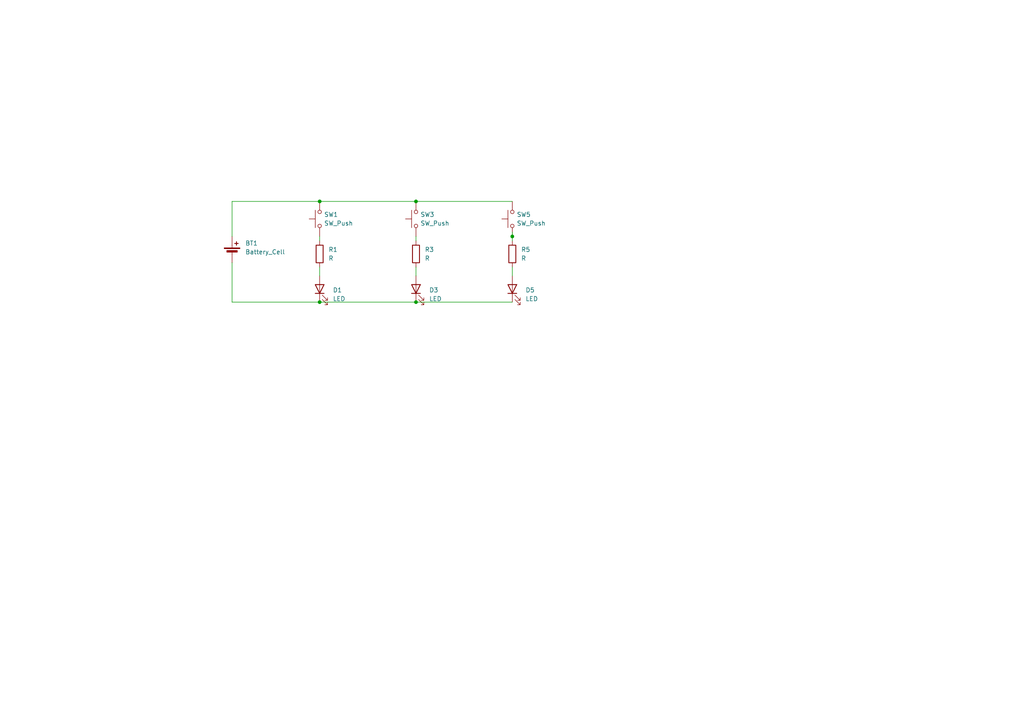
<source format=kicad_sch>
(kicad_sch
	(version 20241209)
	(generator "eeschema")
	(generator_version "8.99")
	(uuid "6b1a3850-b159-4b8c-9c15-11a3f2b97aa2")
	(paper "A4")
	(lib_symbols
		(symbol "Device:Battery_Cell"
			(pin_numbers
				(hide yes)
			)
			(pin_names
				(offset 0)
				(hide yes)
			)
			(exclude_from_sim no)
			(in_bom yes)
			(on_board yes)
			(property "Reference" "BT"
				(at 2.54 2.54 0)
				(effects
					(font
						(size 1.27 1.27)
					)
					(justify left)
				)
			)
			(property "Value" "Battery_Cell"
				(at 2.54 0 0)
				(effects
					(font
						(size 1.27 1.27)
					)
					(justify left)
				)
			)
			(property "Footprint" ""
				(at 0 1.524 90)
				(effects
					(font
						(size 1.27 1.27)
					)
					(hide yes)
				)
			)
			(property "Datasheet" "~"
				(at 0 1.524 90)
				(effects
					(font
						(size 1.27 1.27)
					)
					(hide yes)
				)
			)
			(property "Description" "Single-cell battery"
				(at 0 0 0)
				(effects
					(font
						(size 1.27 1.27)
					)
					(hide yes)
				)
			)
			(property "ki_keywords" "battery cell"
				(at 0 0 0)
				(effects
					(font
						(size 1.27 1.27)
					)
					(hide yes)
				)
			)
			(symbol "Battery_Cell_0_1"
				(rectangle
					(start -2.286 1.778)
					(end 2.286 1.524)
					(stroke
						(width 0)
						(type default)
					)
					(fill
						(type outline)
					)
				)
				(rectangle
					(start -1.524 1.016)
					(end 1.524 0.508)
					(stroke
						(width 0)
						(type default)
					)
					(fill
						(type outline)
					)
				)
				(polyline
					(pts
						(xy 0 1.778) (xy 0 2.54)
					)
					(stroke
						(width 0)
						(type default)
					)
					(fill
						(type none)
					)
				)
				(polyline
					(pts
						(xy 0 0.762) (xy 0 0)
					)
					(stroke
						(width 0)
						(type default)
					)
					(fill
						(type none)
					)
				)
				(polyline
					(pts
						(xy 0.762 3.048) (xy 1.778 3.048)
					)
					(stroke
						(width 0.254)
						(type default)
					)
					(fill
						(type none)
					)
				)
				(polyline
					(pts
						(xy 1.27 3.556) (xy 1.27 2.54)
					)
					(stroke
						(width 0.254)
						(type default)
					)
					(fill
						(type none)
					)
				)
			)
			(symbol "Battery_Cell_1_1"
				(pin passive line
					(at 0 5.08 270)
					(length 2.54)
					(name "+"
						(effects
							(font
								(size 1.27 1.27)
							)
						)
					)
					(number "1"
						(effects
							(font
								(size 1.27 1.27)
							)
						)
					)
				)
				(pin passive line
					(at 0 -2.54 90)
					(length 2.54)
					(name "-"
						(effects
							(font
								(size 1.27 1.27)
							)
						)
					)
					(number "2"
						(effects
							(font
								(size 1.27 1.27)
							)
						)
					)
				)
			)
			(embedded_fonts no)
		)
		(symbol "Device:LED"
			(pin_numbers
				(hide yes)
			)
			(pin_names
				(offset 1.016)
				(hide yes)
			)
			(exclude_from_sim no)
			(in_bom yes)
			(on_board yes)
			(property "Reference" "D"
				(at 0 2.54 0)
				(effects
					(font
						(size 1.27 1.27)
					)
				)
			)
			(property "Value" "LED"
				(at 0 -2.54 0)
				(effects
					(font
						(size 1.27 1.27)
					)
				)
			)
			(property "Footprint" ""
				(at 0 0 0)
				(effects
					(font
						(size 1.27 1.27)
					)
					(hide yes)
				)
			)
			(property "Datasheet" "~"
				(at 0 0 0)
				(effects
					(font
						(size 1.27 1.27)
					)
					(hide yes)
				)
			)
			(property "Description" "Light emitting diode"
				(at 0 0 0)
				(effects
					(font
						(size 1.27 1.27)
					)
					(hide yes)
				)
			)
			(property "ki_keywords" "LED diode"
				(at 0 0 0)
				(effects
					(font
						(size 1.27 1.27)
					)
					(hide yes)
				)
			)
			(property "ki_fp_filters" "LED* LED_SMD:* LED_THT:*"
				(at 0 0 0)
				(effects
					(font
						(size 1.27 1.27)
					)
					(hide yes)
				)
			)
			(symbol "LED_0_1"
				(polyline
					(pts
						(xy -3.048 -0.762) (xy -4.572 -2.286) (xy -3.81 -2.286) (xy -4.572 -2.286) (xy -4.572 -1.524)
					)
					(stroke
						(width 0)
						(type default)
					)
					(fill
						(type none)
					)
				)
				(polyline
					(pts
						(xy -1.778 -0.762) (xy -3.302 -2.286) (xy -2.54 -2.286) (xy -3.302 -2.286) (xy -3.302 -1.524)
					)
					(stroke
						(width 0)
						(type default)
					)
					(fill
						(type none)
					)
				)
				(polyline
					(pts
						(xy -1.27 0) (xy 1.27 0)
					)
					(stroke
						(width 0)
						(type default)
					)
					(fill
						(type none)
					)
				)
				(polyline
					(pts
						(xy -1.27 -1.27) (xy -1.27 1.27)
					)
					(stroke
						(width 0.254)
						(type default)
					)
					(fill
						(type none)
					)
				)
				(polyline
					(pts
						(xy 1.27 -1.27) (xy 1.27 1.27) (xy -1.27 0) (xy 1.27 -1.27)
					)
					(stroke
						(width 0.254)
						(type default)
					)
					(fill
						(type none)
					)
				)
			)
			(symbol "LED_1_1"
				(pin passive line
					(at -3.81 0 0)
					(length 2.54)
					(name "K"
						(effects
							(font
								(size 1.27 1.27)
							)
						)
					)
					(number "1"
						(effects
							(font
								(size 1.27 1.27)
							)
						)
					)
				)
				(pin passive line
					(at 3.81 0 180)
					(length 2.54)
					(name "A"
						(effects
							(font
								(size 1.27 1.27)
							)
						)
					)
					(number "2"
						(effects
							(font
								(size 1.27 1.27)
							)
						)
					)
				)
			)
			(embedded_fonts no)
		)
		(symbol "Device:R"
			(pin_numbers
				(hide yes)
			)
			(pin_names
				(offset 0)
			)
			(exclude_from_sim no)
			(in_bom yes)
			(on_board yes)
			(property "Reference" "R"
				(at 2.032 0 90)
				(effects
					(font
						(size 1.27 1.27)
					)
				)
			)
			(property "Value" "R"
				(at 0 0 90)
				(effects
					(font
						(size 1.27 1.27)
					)
				)
			)
			(property "Footprint" ""
				(at -1.778 0 90)
				(effects
					(font
						(size 1.27 1.27)
					)
					(hide yes)
				)
			)
			(property "Datasheet" "~"
				(at 0 0 0)
				(effects
					(font
						(size 1.27 1.27)
					)
					(hide yes)
				)
			)
			(property "Description" "Resistor"
				(at 0 0 0)
				(effects
					(font
						(size 1.27 1.27)
					)
					(hide yes)
				)
			)
			(property "ki_keywords" "R res resistor"
				(at 0 0 0)
				(effects
					(font
						(size 1.27 1.27)
					)
					(hide yes)
				)
			)
			(property "ki_fp_filters" "R_*"
				(at 0 0 0)
				(effects
					(font
						(size 1.27 1.27)
					)
					(hide yes)
				)
			)
			(symbol "R_0_1"
				(rectangle
					(start -1.016 -2.54)
					(end 1.016 2.54)
					(stroke
						(width 0.254)
						(type default)
					)
					(fill
						(type none)
					)
				)
			)
			(symbol "R_1_1"
				(pin passive line
					(at 0 3.81 270)
					(length 1.27)
					(name "~"
						(effects
							(font
								(size 1.27 1.27)
							)
						)
					)
					(number "1"
						(effects
							(font
								(size 1.27 1.27)
							)
						)
					)
				)
				(pin passive line
					(at 0 -3.81 90)
					(length 1.27)
					(name "~"
						(effects
							(font
								(size 1.27 1.27)
							)
						)
					)
					(number "2"
						(effects
							(font
								(size 1.27 1.27)
							)
						)
					)
				)
			)
			(embedded_fonts no)
		)
		(symbol "Switch:SW_Push"
			(pin_numbers
				(hide yes)
			)
			(pin_names
				(offset 1.016)
				(hide yes)
			)
			(exclude_from_sim no)
			(in_bom yes)
			(on_board yes)
			(property "Reference" "SW"
				(at 1.27 2.54 0)
				(effects
					(font
						(size 1.27 1.27)
					)
					(justify left)
				)
			)
			(property "Value" "SW_Push"
				(at 0 -1.524 0)
				(effects
					(font
						(size 1.27 1.27)
					)
				)
			)
			(property "Footprint" ""
				(at 0 5.08 0)
				(effects
					(font
						(size 1.27 1.27)
					)
					(hide yes)
				)
			)
			(property "Datasheet" "~"
				(at 0 5.08 0)
				(effects
					(font
						(size 1.27 1.27)
					)
					(hide yes)
				)
			)
			(property "Description" "Push button switch, generic, two pins"
				(at 0 0 0)
				(effects
					(font
						(size 1.27 1.27)
					)
					(hide yes)
				)
			)
			(property "ki_keywords" "switch normally-open pushbutton push-button"
				(at 0 0 0)
				(effects
					(font
						(size 1.27 1.27)
					)
					(hide yes)
				)
			)
			(symbol "SW_Push_0_1"
				(circle
					(center -2.032 0)
					(radius 0.508)
					(stroke
						(width 0)
						(type default)
					)
					(fill
						(type none)
					)
				)
				(polyline
					(pts
						(xy 0 1.27) (xy 0 3.048)
					)
					(stroke
						(width 0)
						(type default)
					)
					(fill
						(type none)
					)
				)
				(circle
					(center 2.032 0)
					(radius 0.508)
					(stroke
						(width 0)
						(type default)
					)
					(fill
						(type none)
					)
				)
				(polyline
					(pts
						(xy 2.54 1.27) (xy -2.54 1.27)
					)
					(stroke
						(width 0)
						(type default)
					)
					(fill
						(type none)
					)
				)
				(pin passive line
					(at -5.08 0 0)
					(length 2.54)
					(name "1"
						(effects
							(font
								(size 1.27 1.27)
							)
						)
					)
					(number "1"
						(effects
							(font
								(size 1.27 1.27)
							)
						)
					)
				)
				(pin passive line
					(at 5.08 0 180)
					(length 2.54)
					(name "2"
						(effects
							(font
								(size 1.27 1.27)
							)
						)
					)
					(number "2"
						(effects
							(font
								(size 1.27 1.27)
							)
						)
					)
				)
			)
			(embedded_fonts no)
		)
	)
	(junction
		(at 120.65 87.63)
		(diameter 0)
		(color 0 0 0 0)
		(uuid "4194c086-a316-41ad-a646-0db9fe9f6d3b")
	)
	(junction
		(at 92.71 87.63)
		(diameter 0)
		(color 0 0 0 0)
		(uuid "4d126cb2-57c6-4665-bbba-261a2c84dbd5")
	)
	(junction
		(at 120.65 58.42)
		(diameter 0)
		(color 0 0 0 0)
		(uuid "62d50127-4e60-4bb3-8214-d41cd10d27de")
	)
	(junction
		(at 92.71 58.42)
		(diameter 0)
		(color 0 0 0 0)
		(uuid "6f016e09-7451-4d58-85fd-d4702f5b75ae")
	)
	(junction
		(at 148.59 68.58)
		(diameter 0)
		(color 0 0 0 0)
		(uuid "8a70c426-e84f-4cf7-b684-6eecd2703c2b")
	)
	(wire
		(pts
			(xy 120.65 77.47) (xy 120.65 80.01)
		)
		(stroke
			(width 0)
			(type default)
		)
		(uuid "06a5295d-6790-43de-a12a-c3fbf7df2baa")
	)
	(wire
		(pts
			(xy 120.65 68.58) (xy 120.65 69.85)
		)
		(stroke
			(width 0)
			(type default)
		)
		(uuid "07eec791-a6e1-4c52-8497-56fd94817e38")
	)
	(wire
		(pts
			(xy 120.65 58.42) (xy 92.71 58.42)
		)
		(stroke
			(width 0)
			(type default)
		)
		(uuid "20cf2c39-64dd-4a3e-925c-329f287de341")
	)
	(wire
		(pts
			(xy 148.59 77.47) (xy 148.59 80.01)
		)
		(stroke
			(width 0)
			(type default)
		)
		(uuid "2cb1001c-2ffb-4c03-ae8e-37bb4f155024")
	)
	(wire
		(pts
			(xy 67.31 58.42) (xy 67.31 68.58)
		)
		(stroke
			(width 0)
			(type default)
		)
		(uuid "3159b65c-6d3c-427f-83ac-aa685cbc5608")
	)
	(wire
		(pts
			(xy 120.65 87.63) (xy 148.59 87.63)
		)
		(stroke
			(width 0)
			(type default)
		)
		(uuid "320884ef-6eba-4a41-baf6-b68ebcb4dd58")
	)
	(wire
		(pts
			(xy 92.71 68.58) (xy 92.71 69.85)
		)
		(stroke
			(width 0)
			(type default)
		)
		(uuid "339840c8-e9ed-47c8-a797-b12d79dd396e")
	)
	(wire
		(pts
			(xy 148.59 58.42) (xy 120.65 58.42)
		)
		(stroke
			(width 0)
			(type default)
		)
		(uuid "4e687d7c-66de-49b4-b2ee-c97671658c3c")
	)
	(wire
		(pts
			(xy 148.59 68.58) (xy 148.59 67.31)
		)
		(stroke
			(width 0)
			(type default)
		)
		(uuid "93b6c414-b7a6-46d1-8933-e24de001c96a")
	)
	(wire
		(pts
			(xy 92.71 58.42) (xy 67.31 58.42)
		)
		(stroke
			(width 0)
			(type default)
		)
		(uuid "b2a86180-91c5-4679-a5c8-71ce11e60365")
	)
	(wire
		(pts
			(xy 148.59 68.58) (xy 148.59 69.85)
		)
		(stroke
			(width 0)
			(type default)
		)
		(uuid "b6906fb2-cc2c-4f4a-aa4f-685a840b71bc")
	)
	(wire
		(pts
			(xy 67.31 76.2) (xy 67.31 87.63)
		)
		(stroke
			(width 0)
			(type default)
		)
		(uuid "c1eceb24-38ff-470c-91e9-ff265b204a5d")
	)
	(wire
		(pts
			(xy 92.71 77.47) (xy 92.71 80.01)
		)
		(stroke
			(width 0)
			(type default)
		)
		(uuid "d7e05d18-df3c-4223-ad71-ccf8a1bf366f")
	)
	(wire
		(pts
			(xy 67.31 87.63) (xy 92.71 87.63)
		)
		(stroke
			(width 0)
			(type default)
		)
		(uuid "eb127ac4-fa62-412e-b9c7-fff39efdfe94")
	)
	(wire
		(pts
			(xy 92.71 87.63) (xy 120.65 87.63)
		)
		(stroke
			(width 0)
			(type default)
		)
		(uuid "fafa75c1-6fb7-473a-94e2-ce733bc6da00")
	)
	(symbol
		(lib_id "Device:Battery_Cell")
		(at 67.31 73.66 0)
		(unit 1)
		(exclude_from_sim no)
		(in_bom yes)
		(on_board yes)
		(dnp no)
		(fields_autoplaced yes)
		(uuid "06e421ef-2b87-441b-8187-075e623cef9d")
		(property "Reference" "BT1"
			(at 71.12 70.5484 0)
			(effects
				(font
					(size 1.27 1.27)
				)
				(justify left)
			)
		)
		(property "Value" "Battery_Cell"
			(at 71.12 73.0884 0)
			(effects
				(font
					(size 1.27 1.27)
				)
				(justify left)
			)
		)
		(property "Footprint" "Battery:BatteryHolder_Keystone_3034_1x20mm"
			(at 67.31 72.136 90)
			(effects
				(font
					(size 1.27 1.27)
				)
				(hide yes)
			)
		)
		(property "Datasheet" "~"
			(at 67.31 72.136 90)
			(effects
				(font
					(size 1.27 1.27)
				)
				(hide yes)
			)
		)
		(property "Description" "Single-cell battery"
			(at 67.31 73.66 0)
			(effects
				(font
					(size 1.27 1.27)
				)
				(hide yes)
			)
		)
		(pin "2"
			(uuid "672dd305-6002-4290-a960-6bacf92510e4")
		)
		(pin "1"
			(uuid "27f16a53-d0bd-4a5b-91eb-a8f360d21f21")
		)
		(instances
			(project ""
				(path "/6b1a3850-b159-4b8c-9c15-11a3f2b97aa2"
					(reference "BT1")
					(unit 1)
				)
			)
		)
	)
	(symbol
		(lib_id "Device:R")
		(at 92.71 73.66 0)
		(unit 1)
		(exclude_from_sim no)
		(in_bom yes)
		(on_board yes)
		(dnp no)
		(fields_autoplaced yes)
		(uuid "1d3dd1da-13ed-4698-87bc-98f3421d9464")
		(property "Reference" "R1"
			(at 95.25 72.3899 0)
			(effects
				(font
					(size 1.27 1.27)
				)
				(justify left)
			)
		)
		(property "Value" "R"
			(at 95.25 74.9299 0)
			(effects
				(font
					(size 1.27 1.27)
				)
				(justify left)
			)
		)
		(property "Footprint" "Resistor_THT:R_Axial_DIN0207_L6.3mm_D2.5mm_P7.62mm_Horizontal"
			(at 90.932 73.66 90)
			(effects
				(font
					(size 1.27 1.27)
				)
				(hide yes)
			)
		)
		(property "Datasheet" "~"
			(at 92.71 73.66 0)
			(effects
				(font
					(size 1.27 1.27)
				)
				(hide yes)
			)
		)
		(property "Description" "Resistor"
			(at 92.71 73.66 0)
			(effects
				(font
					(size 1.27 1.27)
				)
				(hide yes)
			)
		)
		(pin "1"
			(uuid "dd79cfb0-0d4d-411f-9f6c-a3ba0118c0f3")
		)
		(pin "2"
			(uuid "3546105a-e977-4d1a-a1ac-de69acd28b81")
		)
		(instances
			(project ""
				(path "/6b1a3850-b159-4b8c-9c15-11a3f2b97aa2"
					(reference "R1")
					(unit 1)
				)
			)
		)
	)
	(symbol
		(lib_id "Device:R")
		(at 148.59 73.66 0)
		(unit 1)
		(exclude_from_sim no)
		(in_bom yes)
		(on_board yes)
		(dnp no)
		(fields_autoplaced yes)
		(uuid "2453ec81-2dab-432f-9857-2773c40e98c2")
		(property "Reference" "R5"
			(at 151.13 72.3899 0)
			(effects
				(font
					(size 1.27 1.27)
				)
				(justify left)
			)
		)
		(property "Value" "R"
			(at 151.13 74.9299 0)
			(effects
				(font
					(size 1.27 1.27)
				)
				(justify left)
			)
		)
		(property "Footprint" "Resistor_THT:R_Axial_DIN0207_L6.3mm_D2.5mm_P7.62mm_Horizontal"
			(at 146.812 73.66 90)
			(effects
				(font
					(size 1.27 1.27)
				)
				(hide yes)
			)
		)
		(property "Datasheet" "~"
			(at 148.59 73.66 0)
			(effects
				(font
					(size 1.27 1.27)
				)
				(hide yes)
			)
		)
		(property "Description" "Resistor"
			(at 148.59 73.66 0)
			(effects
				(font
					(size 1.27 1.27)
				)
				(hide yes)
			)
		)
		(pin "1"
			(uuid "9ffea0bb-4408-42a5-bf26-f1f3550d5261")
		)
		(pin "2"
			(uuid "a31924c0-544d-4f66-afe5-b2c1cdf37971")
		)
		(instances
			(project "solder"
				(path "/6b1a3850-b159-4b8c-9c15-11a3f2b97aa2"
					(reference "R5")
					(unit 1)
				)
			)
		)
	)
	(symbol
		(lib_id "Switch:SW_Push")
		(at 92.71 63.5 90)
		(unit 1)
		(exclude_from_sim no)
		(in_bom yes)
		(on_board yes)
		(dnp no)
		(fields_autoplaced yes)
		(uuid "5a55c63a-31a7-431f-9f7b-cc90b6cd4d09")
		(property "Reference" "SW1"
			(at 93.98 62.2299 90)
			(effects
				(font
					(size 1.27 1.27)
				)
				(justify right)
			)
		)
		(property "Value" "SW_Push"
			(at 93.98 64.7699 90)
			(effects
				(font
					(size 1.27 1.27)
				)
				(justify right)
			)
		)
		(property "Footprint" "Button_Switch_THT:SW_PUSH_6mm"
			(at 87.63 63.5 0)
			(effects
				(font
					(size 1.27 1.27)
				)
				(hide yes)
			)
		)
		(property "Datasheet" "~"
			(at 87.63 63.5 0)
			(effects
				(font
					(size 1.27 1.27)
				)
				(hide yes)
			)
		)
		(property "Description" "Push button switch, generic, two pins"
			(at 92.71 63.5 0)
			(effects
				(font
					(size 1.27 1.27)
				)
				(hide yes)
			)
		)
		(pin "1"
			(uuid "8f6ea8b9-8b8b-451f-a66a-0e2e0333b9bc")
		)
		(pin "2"
			(uuid "2fe80701-63df-494b-bf0f-32da966536fa")
		)
		(instances
			(project ""
				(path "/6b1a3850-b159-4b8c-9c15-11a3f2b97aa2"
					(reference "SW1")
					(unit 1)
				)
			)
		)
	)
	(symbol
		(lib_id "Switch:SW_Push")
		(at 148.59 63.5 90)
		(unit 1)
		(exclude_from_sim no)
		(in_bom yes)
		(on_board yes)
		(dnp no)
		(fields_autoplaced yes)
		(uuid "6d8bc9fe-0e48-4168-b1dd-54906c7de994")
		(property "Reference" "SW5"
			(at 149.86 62.2299 90)
			(effects
				(font
					(size 1.27 1.27)
				)
				(justify right)
			)
		)
		(property "Value" "SW_Push"
			(at 149.86 64.7699 90)
			(effects
				(font
					(size 1.27 1.27)
				)
				(justify right)
			)
		)
		(property "Footprint" "Button_Switch_THT:SW_PUSH_6mm"
			(at 143.51 63.5 0)
			(effects
				(font
					(size 1.27 1.27)
				)
				(hide yes)
			)
		)
		(property "Datasheet" "~"
			(at 143.51 63.5 0)
			(effects
				(font
					(size 1.27 1.27)
				)
				(hide yes)
			)
		)
		(property "Description" "Push button switch, generic, two pins"
			(at 148.59 63.5 0)
			(effects
				(font
					(size 1.27 1.27)
				)
				(hide yes)
			)
		)
		(pin "1"
			(uuid "8f6ea8b9-8b8b-451f-a66a-0e2e0333b9bd")
		)
		(pin "2"
			(uuid "2fe80701-63df-494b-bf0f-32da966536fb")
		)
		(instances
			(project ""
				(path "/6b1a3850-b159-4b8c-9c15-11a3f2b97aa2"
					(reference "SW5")
					(unit 1)
				)
			)
		)
	)
	(symbol
		(lib_id "Device:R")
		(at 120.65 73.66 0)
		(unit 1)
		(exclude_from_sim no)
		(in_bom yes)
		(on_board yes)
		(dnp no)
		(fields_autoplaced yes)
		(uuid "ac94a83a-6899-498f-a361-07ccda255c02")
		(property "Reference" "R3"
			(at 123.19 72.3899 0)
			(effects
				(font
					(size 1.27 1.27)
				)
				(justify left)
			)
		)
		(property "Value" "R"
			(at 123.19 74.9299 0)
			(effects
				(font
					(size 1.27 1.27)
				)
				(justify left)
			)
		)
		(property "Footprint" "Resistor_THT:R_Axial_DIN0207_L6.3mm_D2.5mm_P7.62mm_Horizontal"
			(at 118.872 73.66 90)
			(effects
				(font
					(size 1.27 1.27)
				)
				(hide yes)
			)
		)
		(property "Datasheet" "~"
			(at 120.65 73.66 0)
			(effects
				(font
					(size 1.27 1.27)
				)
				(hide yes)
			)
		)
		(property "Description" "Resistor"
			(at 120.65 73.66 0)
			(effects
				(font
					(size 1.27 1.27)
				)
				(hide yes)
			)
		)
		(pin "1"
			(uuid "dd79cfb0-0d4d-411f-9f6c-a3ba0118c0f5")
		)
		(pin "2"
			(uuid "3546105a-e977-4d1a-a1ac-de69acd28b83")
		)
		(instances
			(project ""
				(path "/6b1a3850-b159-4b8c-9c15-11a3f2b97aa2"
					(reference "R3")
					(unit 1)
				)
			)
		)
	)
	(symbol
		(lib_id "Switch:SW_Push")
		(at 120.65 63.5 90)
		(unit 1)
		(exclude_from_sim no)
		(in_bom yes)
		(on_board yes)
		(dnp no)
		(fields_autoplaced yes)
		(uuid "bdf0ff7d-5ce1-42e2-8034-788a21fcd6f9")
		(property "Reference" "SW3"
			(at 121.92 62.2299 90)
			(effects
				(font
					(size 1.27 1.27)
				)
				(justify right)
			)
		)
		(property "Value" "SW_Push"
			(at 121.92 64.7699 90)
			(effects
				(font
					(size 1.27 1.27)
				)
				(justify right)
			)
		)
		(property "Footprint" "Button_Switch_THT:SW_PUSH_6mm"
			(at 115.57 63.5 0)
			(effects
				(font
					(size 1.27 1.27)
				)
				(hide yes)
			)
		)
		(property "Datasheet" "~"
			(at 115.57 63.5 0)
			(effects
				(font
					(size 1.27 1.27)
				)
				(hide yes)
			)
		)
		(property "Description" "Push button switch, generic, two pins"
			(at 120.65 63.5 0)
			(effects
				(font
					(size 1.27 1.27)
				)
				(hide yes)
			)
		)
		(pin "1"
			(uuid "8f6ea8b9-8b8b-451f-a66a-0e2e0333b9be")
		)
		(pin "2"
			(uuid "2fe80701-63df-494b-bf0f-32da966536fc")
		)
		(instances
			(project ""
				(path "/6b1a3850-b159-4b8c-9c15-11a3f2b97aa2"
					(reference "SW3")
					(unit 1)
				)
			)
		)
	)
	(symbol
		(lib_id "Device:LED")
		(at 120.65 83.82 90)
		(unit 1)
		(exclude_from_sim no)
		(in_bom yes)
		(on_board yes)
		(dnp no)
		(fields_autoplaced yes)
		(uuid "c6593d25-9516-428f-985a-fd0176e90802")
		(property "Reference" "D3"
			(at 124.46 84.1374 90)
			(effects
				(font
					(size 1.27 1.27)
				)
				(justify right)
			)
		)
		(property "Value" "LED"
			(at 124.46 86.6774 90)
			(effects
				(font
					(size 1.27 1.27)
				)
				(justify right)
			)
		)
		(property "Footprint" "LED_THT:LED_D5.0mm"
			(at 120.65 83.82 0)
			(effects
				(font
					(size 1.27 1.27)
				)
				(hide yes)
			)
		)
		(property "Datasheet" "~"
			(at 120.65 83.82 0)
			(effects
				(font
					(size 1.27 1.27)
				)
				(hide yes)
			)
		)
		(property "Description" "Light emitting diode"
			(at 120.65 83.82 0)
			(effects
				(font
					(size 1.27 1.27)
				)
				(hide yes)
			)
		)
		(pin "2"
			(uuid "812cae86-6fae-43e9-9f21-390821e7c7a1")
		)
		(pin "1"
			(uuid "1bdd5997-5858-4e24-9b64-7deaefee14ab")
		)
		(instances
			(project ""
				(path "/6b1a3850-b159-4b8c-9c15-11a3f2b97aa2"
					(reference "D3")
					(unit 1)
				)
			)
		)
	)
	(symbol
		(lib_id "Device:LED")
		(at 92.71 83.82 90)
		(unit 1)
		(exclude_from_sim no)
		(in_bom yes)
		(on_board yes)
		(dnp no)
		(fields_autoplaced yes)
		(uuid "cfda5367-66d5-4789-afd2-6aa3422a464c")
		(property "Reference" "D1"
			(at 96.52 84.1374 90)
			(effects
				(font
					(size 1.27 1.27)
				)
				(justify right)
			)
		)
		(property "Value" "LED"
			(at 96.52 86.6774 90)
			(effects
				(font
					(size 1.27 1.27)
				)
				(justify right)
			)
		)
		(property "Footprint" "LED_THT:LED_D5.0mm"
			(at 92.71 83.82 0)
			(effects
				(font
					(size 1.27 1.27)
				)
				(hide yes)
			)
		)
		(property "Datasheet" "~"
			(at 92.71 83.82 0)
			(effects
				(font
					(size 1.27 1.27)
				)
				(hide yes)
			)
		)
		(property "Description" "Light emitting diode"
			(at 92.71 83.82 0)
			(effects
				(font
					(size 1.27 1.27)
				)
				(hide yes)
			)
		)
		(pin "2"
			(uuid "812cae86-6fae-43e9-9f21-390821e7c7a2")
		)
		(pin "1"
			(uuid "1bdd5997-5858-4e24-9b64-7deaefee14ac")
		)
		(instances
			(project ""
				(path "/6b1a3850-b159-4b8c-9c15-11a3f2b97aa2"
					(reference "D1")
					(unit 1)
				)
			)
		)
	)
	(symbol
		(lib_id "Device:LED")
		(at 148.59 83.82 90)
		(unit 1)
		(exclude_from_sim no)
		(in_bom yes)
		(on_board yes)
		(dnp no)
		(fields_autoplaced yes)
		(uuid "fca0eabc-19de-4a04-998d-eb514ced5e9d")
		(property "Reference" "D5"
			(at 152.4 84.1374 90)
			(effects
				(font
					(size 1.27 1.27)
				)
				(justify right)
			)
		)
		(property "Value" "LED"
			(at 152.4 86.6774 90)
			(effects
				(font
					(size 1.27 1.27)
				)
				(justify right)
			)
		)
		(property "Footprint" "LED_THT:LED_D5.0mm"
			(at 148.59 83.82 0)
			(effects
				(font
					(size 1.27 1.27)
				)
				(hide yes)
			)
		)
		(property "Datasheet" "~"
			(at 148.59 83.82 0)
			(effects
				(font
					(size 1.27 1.27)
				)
				(hide yes)
			)
		)
		(property "Description" "Light emitting diode"
			(at 148.59 83.82 0)
			(effects
				(font
					(size 1.27 1.27)
				)
				(hide yes)
			)
		)
		(pin "2"
			(uuid "44ba7dee-75ae-4760-8324-998407c2692e")
		)
		(pin "1"
			(uuid "77495a17-3550-4ff5-ad46-c86abadcb4e5")
		)
		(instances
			(project "solder"
				(path "/6b1a3850-b159-4b8c-9c15-11a3f2b97aa2"
					(reference "D5")
					(unit 1)
				)
			)
		)
	)
	(sheet_instances
		(path "/"
			(page "1")
		)
	)
	(embedded_fonts no)
)

</source>
